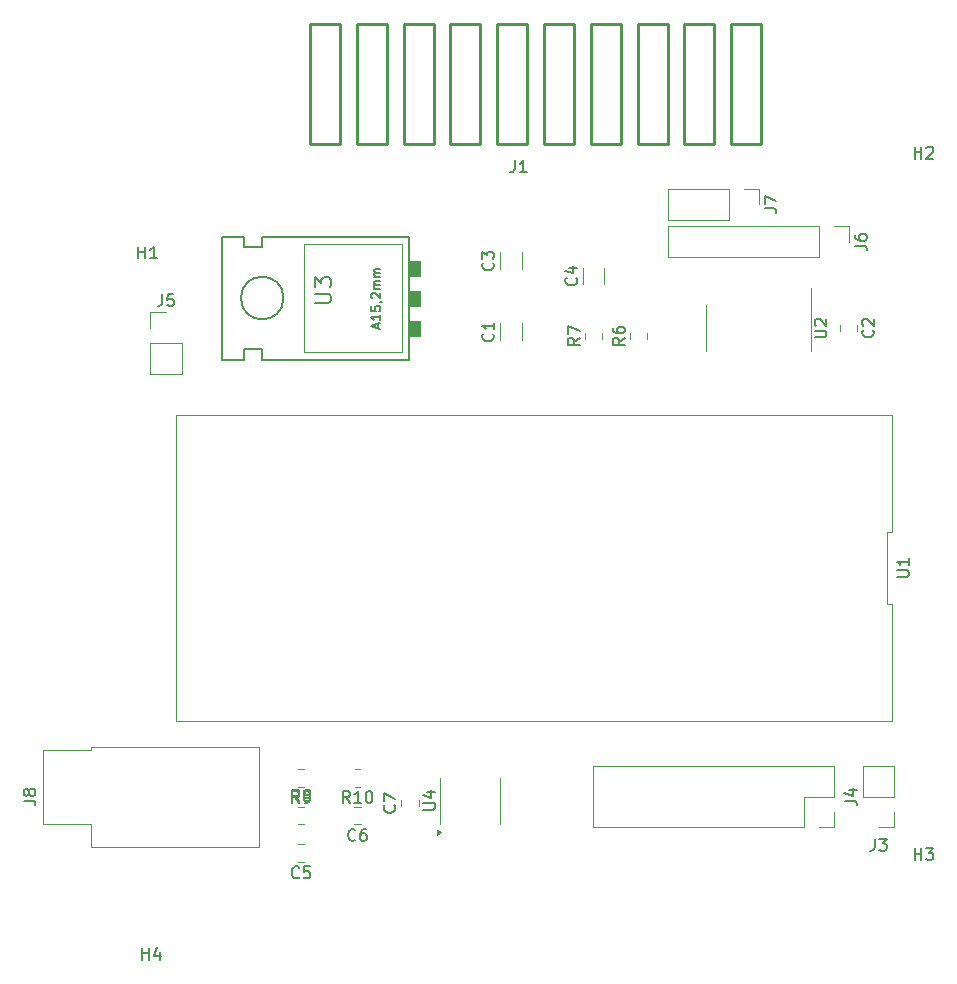
<source format=gbr>
%TF.GenerationSoftware,KiCad,Pcbnew,8.0.2*%
%TF.CreationDate,2024-08-26T06:59:03-04:00*%
%TF.ProjectId,TRS-80-M3-VID2,5452532d-3830-42d4-9d33-2d564944322e,rev?*%
%TF.SameCoordinates,Original*%
%TF.FileFunction,Legend,Top*%
%TF.FilePolarity,Positive*%
%FSLAX46Y46*%
G04 Gerber Fmt 4.6, Leading zero omitted, Abs format (unit mm)*
G04 Created by KiCad (PCBNEW 8.0.2) date 2024-08-26 06:59:03*
%MOMM*%
%LPD*%
G01*
G04 APERTURE LIST*
%ADD10C,0.150000*%
%ADD11C,0.120000*%
%ADD12C,0.254000*%
%ADD13C,0.152400*%
%ADD14C,0.050800*%
%ADD15C,0.010000*%
G04 APERTURE END LIST*
D10*
X129264580Y-54484166D02*
X129312200Y-54531785D01*
X129312200Y-54531785D02*
X129359819Y-54674642D01*
X129359819Y-54674642D02*
X129359819Y-54769880D01*
X129359819Y-54769880D02*
X129312200Y-54912737D01*
X129312200Y-54912737D02*
X129216961Y-55007975D01*
X129216961Y-55007975D02*
X129121723Y-55055594D01*
X129121723Y-55055594D02*
X128931247Y-55103213D01*
X128931247Y-55103213D02*
X128788390Y-55103213D01*
X128788390Y-55103213D02*
X128597914Y-55055594D01*
X128597914Y-55055594D02*
X128502676Y-55007975D01*
X128502676Y-55007975D02*
X128407438Y-54912737D01*
X128407438Y-54912737D02*
X128359819Y-54769880D01*
X128359819Y-54769880D02*
X128359819Y-54674642D01*
X128359819Y-54674642D02*
X128407438Y-54531785D01*
X128407438Y-54531785D02*
X128455057Y-54484166D01*
X128359819Y-54150832D02*
X128359819Y-53531785D01*
X128359819Y-53531785D02*
X128740771Y-53865118D01*
X128740771Y-53865118D02*
X128740771Y-53722261D01*
X128740771Y-53722261D02*
X128788390Y-53627023D01*
X128788390Y-53627023D02*
X128836009Y-53579404D01*
X128836009Y-53579404D02*
X128931247Y-53531785D01*
X128931247Y-53531785D02*
X129169342Y-53531785D01*
X129169342Y-53531785D02*
X129264580Y-53579404D01*
X129264580Y-53579404D02*
X129312200Y-53627023D01*
X129312200Y-53627023D02*
X129359819Y-53722261D01*
X129359819Y-53722261D02*
X129359819Y-54007975D01*
X129359819Y-54007975D02*
X129312200Y-54103213D01*
X129312200Y-54103213D02*
X129264580Y-54150832D01*
X112863333Y-100087319D02*
X112530000Y-99611128D01*
X112291905Y-100087319D02*
X112291905Y-99087319D01*
X112291905Y-99087319D02*
X112672857Y-99087319D01*
X112672857Y-99087319D02*
X112768095Y-99134938D01*
X112768095Y-99134938D02*
X112815714Y-99182557D01*
X112815714Y-99182557D02*
X112863333Y-99277795D01*
X112863333Y-99277795D02*
X112863333Y-99420652D01*
X112863333Y-99420652D02*
X112815714Y-99515890D01*
X112815714Y-99515890D02*
X112768095Y-99563509D01*
X112768095Y-99563509D02*
X112672857Y-99611128D01*
X112672857Y-99611128D02*
X112291905Y-99611128D01*
X113434762Y-99515890D02*
X113339524Y-99468271D01*
X113339524Y-99468271D02*
X113291905Y-99420652D01*
X113291905Y-99420652D02*
X113244286Y-99325414D01*
X113244286Y-99325414D02*
X113244286Y-99277795D01*
X113244286Y-99277795D02*
X113291905Y-99182557D01*
X113291905Y-99182557D02*
X113339524Y-99134938D01*
X113339524Y-99134938D02*
X113434762Y-99087319D01*
X113434762Y-99087319D02*
X113625238Y-99087319D01*
X113625238Y-99087319D02*
X113720476Y-99134938D01*
X113720476Y-99134938D02*
X113768095Y-99182557D01*
X113768095Y-99182557D02*
X113815714Y-99277795D01*
X113815714Y-99277795D02*
X113815714Y-99325414D01*
X113815714Y-99325414D02*
X113768095Y-99420652D01*
X113768095Y-99420652D02*
X113720476Y-99468271D01*
X113720476Y-99468271D02*
X113625238Y-99515890D01*
X113625238Y-99515890D02*
X113434762Y-99515890D01*
X113434762Y-99515890D02*
X113339524Y-99563509D01*
X113339524Y-99563509D02*
X113291905Y-99611128D01*
X113291905Y-99611128D02*
X113244286Y-99706366D01*
X113244286Y-99706366D02*
X113244286Y-99896842D01*
X113244286Y-99896842D02*
X113291905Y-99992080D01*
X113291905Y-99992080D02*
X113339524Y-100039700D01*
X113339524Y-100039700D02*
X113434762Y-100087319D01*
X113434762Y-100087319D02*
X113625238Y-100087319D01*
X113625238Y-100087319D02*
X113720476Y-100039700D01*
X113720476Y-100039700D02*
X113768095Y-99992080D01*
X113768095Y-99992080D02*
X113815714Y-99896842D01*
X113815714Y-99896842D02*
X113815714Y-99706366D01*
X113815714Y-99706366D02*
X113768095Y-99611128D01*
X113768095Y-99611128D02*
X113720476Y-99563509D01*
X113720476Y-99563509D02*
X113625238Y-99515890D01*
X156499819Y-60801904D02*
X157309342Y-60801904D01*
X157309342Y-60801904D02*
X157404580Y-60754285D01*
X157404580Y-60754285D02*
X157452200Y-60706666D01*
X157452200Y-60706666D02*
X157499819Y-60611428D01*
X157499819Y-60611428D02*
X157499819Y-60420952D01*
X157499819Y-60420952D02*
X157452200Y-60325714D01*
X157452200Y-60325714D02*
X157404580Y-60278095D01*
X157404580Y-60278095D02*
X157309342Y-60230476D01*
X157309342Y-60230476D02*
X156499819Y-60230476D01*
X156595057Y-59801904D02*
X156547438Y-59754285D01*
X156547438Y-59754285D02*
X156499819Y-59659047D01*
X156499819Y-59659047D02*
X156499819Y-59420952D01*
X156499819Y-59420952D02*
X156547438Y-59325714D01*
X156547438Y-59325714D02*
X156595057Y-59278095D01*
X156595057Y-59278095D02*
X156690295Y-59230476D01*
X156690295Y-59230476D02*
X156785533Y-59230476D01*
X156785533Y-59230476D02*
X156928390Y-59278095D01*
X156928390Y-59278095D02*
X157499819Y-59849523D01*
X157499819Y-59849523D02*
X157499819Y-59230476D01*
X136304580Y-55761666D02*
X136352200Y-55809285D01*
X136352200Y-55809285D02*
X136399819Y-55952142D01*
X136399819Y-55952142D02*
X136399819Y-56047380D01*
X136399819Y-56047380D02*
X136352200Y-56190237D01*
X136352200Y-56190237D02*
X136256961Y-56285475D01*
X136256961Y-56285475D02*
X136161723Y-56333094D01*
X136161723Y-56333094D02*
X135971247Y-56380713D01*
X135971247Y-56380713D02*
X135828390Y-56380713D01*
X135828390Y-56380713D02*
X135637914Y-56333094D01*
X135637914Y-56333094D02*
X135542676Y-56285475D01*
X135542676Y-56285475D02*
X135447438Y-56190237D01*
X135447438Y-56190237D02*
X135399819Y-56047380D01*
X135399819Y-56047380D02*
X135399819Y-55952142D01*
X135399819Y-55952142D02*
X135447438Y-55809285D01*
X135447438Y-55809285D02*
X135495057Y-55761666D01*
X135733152Y-54904523D02*
X136399819Y-54904523D01*
X135352200Y-55142618D02*
X136066485Y-55380713D01*
X136066485Y-55380713D02*
X136066485Y-54761666D01*
X112863333Y-100212319D02*
X112530000Y-99736128D01*
X112291905Y-100212319D02*
X112291905Y-99212319D01*
X112291905Y-99212319D02*
X112672857Y-99212319D01*
X112672857Y-99212319D02*
X112768095Y-99259938D01*
X112768095Y-99259938D02*
X112815714Y-99307557D01*
X112815714Y-99307557D02*
X112863333Y-99402795D01*
X112863333Y-99402795D02*
X112863333Y-99545652D01*
X112863333Y-99545652D02*
X112815714Y-99640890D01*
X112815714Y-99640890D02*
X112768095Y-99688509D01*
X112768095Y-99688509D02*
X112672857Y-99736128D01*
X112672857Y-99736128D02*
X112291905Y-99736128D01*
X113339524Y-100212319D02*
X113530000Y-100212319D01*
X113530000Y-100212319D02*
X113625238Y-100164700D01*
X113625238Y-100164700D02*
X113672857Y-100117080D01*
X113672857Y-100117080D02*
X113768095Y-99974223D01*
X113768095Y-99974223D02*
X113815714Y-99783747D01*
X113815714Y-99783747D02*
X113815714Y-99402795D01*
X113815714Y-99402795D02*
X113768095Y-99307557D01*
X113768095Y-99307557D02*
X113720476Y-99259938D01*
X113720476Y-99259938D02*
X113625238Y-99212319D01*
X113625238Y-99212319D02*
X113434762Y-99212319D01*
X113434762Y-99212319D02*
X113339524Y-99259938D01*
X113339524Y-99259938D02*
X113291905Y-99307557D01*
X113291905Y-99307557D02*
X113244286Y-99402795D01*
X113244286Y-99402795D02*
X113244286Y-99640890D01*
X113244286Y-99640890D02*
X113291905Y-99736128D01*
X113291905Y-99736128D02*
X113339524Y-99783747D01*
X113339524Y-99783747D02*
X113434762Y-99831366D01*
X113434762Y-99831366D02*
X113625238Y-99831366D01*
X113625238Y-99831366D02*
X113720476Y-99783747D01*
X113720476Y-99783747D02*
X113768095Y-99736128D01*
X113768095Y-99736128D02*
X113815714Y-99640890D01*
X164973095Y-105039819D02*
X164973095Y-104039819D01*
X164973095Y-104516009D02*
X165544523Y-104516009D01*
X165544523Y-105039819D02*
X165544523Y-104039819D01*
X165925476Y-104039819D02*
X166544523Y-104039819D01*
X166544523Y-104039819D02*
X166211190Y-104420771D01*
X166211190Y-104420771D02*
X166354047Y-104420771D01*
X166354047Y-104420771D02*
X166449285Y-104468390D01*
X166449285Y-104468390D02*
X166496904Y-104516009D01*
X166496904Y-104516009D02*
X166544523Y-104611247D01*
X166544523Y-104611247D02*
X166544523Y-104849342D01*
X166544523Y-104849342D02*
X166496904Y-104944580D01*
X166496904Y-104944580D02*
X166449285Y-104992200D01*
X166449285Y-104992200D02*
X166354047Y-105039819D01*
X166354047Y-105039819D02*
X166068333Y-105039819D01*
X166068333Y-105039819D02*
X165973095Y-104992200D01*
X165973095Y-104992200D02*
X165925476Y-104944580D01*
X161424580Y-60174166D02*
X161472200Y-60221785D01*
X161472200Y-60221785D02*
X161519819Y-60364642D01*
X161519819Y-60364642D02*
X161519819Y-60459880D01*
X161519819Y-60459880D02*
X161472200Y-60602737D01*
X161472200Y-60602737D02*
X161376961Y-60697975D01*
X161376961Y-60697975D02*
X161281723Y-60745594D01*
X161281723Y-60745594D02*
X161091247Y-60793213D01*
X161091247Y-60793213D02*
X160948390Y-60793213D01*
X160948390Y-60793213D02*
X160757914Y-60745594D01*
X160757914Y-60745594D02*
X160662676Y-60697975D01*
X160662676Y-60697975D02*
X160567438Y-60602737D01*
X160567438Y-60602737D02*
X160519819Y-60459880D01*
X160519819Y-60459880D02*
X160519819Y-60364642D01*
X160519819Y-60364642D02*
X160567438Y-60221785D01*
X160567438Y-60221785D02*
X160615057Y-60174166D01*
X160615057Y-59793213D02*
X160567438Y-59745594D01*
X160567438Y-59745594D02*
X160519819Y-59650356D01*
X160519819Y-59650356D02*
X160519819Y-59412261D01*
X160519819Y-59412261D02*
X160567438Y-59317023D01*
X160567438Y-59317023D02*
X160615057Y-59269404D01*
X160615057Y-59269404D02*
X160710295Y-59221785D01*
X160710295Y-59221785D02*
X160805533Y-59221785D01*
X160805533Y-59221785D02*
X160948390Y-59269404D01*
X160948390Y-59269404D02*
X161519819Y-59840832D01*
X161519819Y-59840832D02*
X161519819Y-59221785D01*
X112863333Y-106497080D02*
X112815714Y-106544700D01*
X112815714Y-106544700D02*
X112672857Y-106592319D01*
X112672857Y-106592319D02*
X112577619Y-106592319D01*
X112577619Y-106592319D02*
X112434762Y-106544700D01*
X112434762Y-106544700D02*
X112339524Y-106449461D01*
X112339524Y-106449461D02*
X112291905Y-106354223D01*
X112291905Y-106354223D02*
X112244286Y-106163747D01*
X112244286Y-106163747D02*
X112244286Y-106020890D01*
X112244286Y-106020890D02*
X112291905Y-105830414D01*
X112291905Y-105830414D02*
X112339524Y-105735176D01*
X112339524Y-105735176D02*
X112434762Y-105639938D01*
X112434762Y-105639938D02*
X112577619Y-105592319D01*
X112577619Y-105592319D02*
X112672857Y-105592319D01*
X112672857Y-105592319D02*
X112815714Y-105639938D01*
X112815714Y-105639938D02*
X112863333Y-105687557D01*
X113768095Y-105592319D02*
X113291905Y-105592319D01*
X113291905Y-105592319D02*
X113244286Y-106068509D01*
X113244286Y-106068509D02*
X113291905Y-106020890D01*
X113291905Y-106020890D02*
X113387143Y-105973271D01*
X113387143Y-105973271D02*
X113625238Y-105973271D01*
X113625238Y-105973271D02*
X113720476Y-106020890D01*
X113720476Y-106020890D02*
X113768095Y-106068509D01*
X113768095Y-106068509D02*
X113815714Y-106163747D01*
X113815714Y-106163747D02*
X113815714Y-106401842D01*
X113815714Y-106401842D02*
X113768095Y-106497080D01*
X113768095Y-106497080D02*
X113720476Y-106544700D01*
X113720476Y-106544700D02*
X113625238Y-106592319D01*
X113625238Y-106592319D02*
X113387143Y-106592319D01*
X113387143Y-106592319D02*
X113291905Y-106544700D01*
X113291905Y-106544700D02*
X113244286Y-106497080D01*
X136599819Y-60841666D02*
X136123628Y-61174999D01*
X136599819Y-61413094D02*
X135599819Y-61413094D01*
X135599819Y-61413094D02*
X135599819Y-61032142D01*
X135599819Y-61032142D02*
X135647438Y-60936904D01*
X135647438Y-60936904D02*
X135695057Y-60889285D01*
X135695057Y-60889285D02*
X135790295Y-60841666D01*
X135790295Y-60841666D02*
X135933152Y-60841666D01*
X135933152Y-60841666D02*
X136028390Y-60889285D01*
X136028390Y-60889285D02*
X136076009Y-60936904D01*
X136076009Y-60936904D02*
X136123628Y-61032142D01*
X136123628Y-61032142D02*
X136123628Y-61413094D01*
X135599819Y-60508332D02*
X135599819Y-59841666D01*
X135599819Y-59841666D02*
X136599819Y-60270237D01*
X89534819Y-100028333D02*
X90249104Y-100028333D01*
X90249104Y-100028333D02*
X90391961Y-100075952D01*
X90391961Y-100075952D02*
X90487200Y-100171190D01*
X90487200Y-100171190D02*
X90534819Y-100314047D01*
X90534819Y-100314047D02*
X90534819Y-100409285D01*
X89963390Y-99409285D02*
X89915771Y-99504523D01*
X89915771Y-99504523D02*
X89868152Y-99552142D01*
X89868152Y-99552142D02*
X89772914Y-99599761D01*
X89772914Y-99599761D02*
X89725295Y-99599761D01*
X89725295Y-99599761D02*
X89630057Y-99552142D01*
X89630057Y-99552142D02*
X89582438Y-99504523D01*
X89582438Y-99504523D02*
X89534819Y-99409285D01*
X89534819Y-99409285D02*
X89534819Y-99218809D01*
X89534819Y-99218809D02*
X89582438Y-99123571D01*
X89582438Y-99123571D02*
X89630057Y-99075952D01*
X89630057Y-99075952D02*
X89725295Y-99028333D01*
X89725295Y-99028333D02*
X89772914Y-99028333D01*
X89772914Y-99028333D02*
X89868152Y-99075952D01*
X89868152Y-99075952D02*
X89915771Y-99123571D01*
X89915771Y-99123571D02*
X89963390Y-99218809D01*
X89963390Y-99218809D02*
X89963390Y-99409285D01*
X89963390Y-99409285D02*
X90011009Y-99504523D01*
X90011009Y-99504523D02*
X90058628Y-99552142D01*
X90058628Y-99552142D02*
X90153866Y-99599761D01*
X90153866Y-99599761D02*
X90344342Y-99599761D01*
X90344342Y-99599761D02*
X90439580Y-99552142D01*
X90439580Y-99552142D02*
X90487200Y-99504523D01*
X90487200Y-99504523D02*
X90534819Y-99409285D01*
X90534819Y-99409285D02*
X90534819Y-99218809D01*
X90534819Y-99218809D02*
X90487200Y-99123571D01*
X90487200Y-99123571D02*
X90439580Y-99075952D01*
X90439580Y-99075952D02*
X90344342Y-99028333D01*
X90344342Y-99028333D02*
X90153866Y-99028333D01*
X90153866Y-99028333D02*
X90058628Y-99075952D01*
X90058628Y-99075952D02*
X90011009Y-99123571D01*
X90011009Y-99123571D02*
X89963390Y-99218809D01*
X117149642Y-100212319D02*
X116816309Y-99736128D01*
X116578214Y-100212319D02*
X116578214Y-99212319D01*
X116578214Y-99212319D02*
X116959166Y-99212319D01*
X116959166Y-99212319D02*
X117054404Y-99259938D01*
X117054404Y-99259938D02*
X117102023Y-99307557D01*
X117102023Y-99307557D02*
X117149642Y-99402795D01*
X117149642Y-99402795D02*
X117149642Y-99545652D01*
X117149642Y-99545652D02*
X117102023Y-99640890D01*
X117102023Y-99640890D02*
X117054404Y-99688509D01*
X117054404Y-99688509D02*
X116959166Y-99736128D01*
X116959166Y-99736128D02*
X116578214Y-99736128D01*
X118102023Y-100212319D02*
X117530595Y-100212319D01*
X117816309Y-100212319D02*
X117816309Y-99212319D01*
X117816309Y-99212319D02*
X117721071Y-99355176D01*
X117721071Y-99355176D02*
X117625833Y-99450414D01*
X117625833Y-99450414D02*
X117530595Y-99498033D01*
X118721071Y-99212319D02*
X118816309Y-99212319D01*
X118816309Y-99212319D02*
X118911547Y-99259938D01*
X118911547Y-99259938D02*
X118959166Y-99307557D01*
X118959166Y-99307557D02*
X119006785Y-99402795D01*
X119006785Y-99402795D02*
X119054404Y-99593271D01*
X119054404Y-99593271D02*
X119054404Y-99831366D01*
X119054404Y-99831366D02*
X119006785Y-100021842D01*
X119006785Y-100021842D02*
X118959166Y-100117080D01*
X118959166Y-100117080D02*
X118911547Y-100164700D01*
X118911547Y-100164700D02*
X118816309Y-100212319D01*
X118816309Y-100212319D02*
X118721071Y-100212319D01*
X118721071Y-100212319D02*
X118625833Y-100164700D01*
X118625833Y-100164700D02*
X118578214Y-100117080D01*
X118578214Y-100117080D02*
X118530595Y-100021842D01*
X118530595Y-100021842D02*
X118482976Y-99831366D01*
X118482976Y-99831366D02*
X118482976Y-99593271D01*
X118482976Y-99593271D02*
X118530595Y-99402795D01*
X118530595Y-99402795D02*
X118578214Y-99307557D01*
X118578214Y-99307557D02*
X118625833Y-99259938D01*
X118625833Y-99259938D02*
X118721071Y-99212319D01*
X131111666Y-45809819D02*
X131111666Y-46524104D01*
X131111666Y-46524104D02*
X131064047Y-46666961D01*
X131064047Y-46666961D02*
X130968809Y-46762200D01*
X130968809Y-46762200D02*
X130825952Y-46809819D01*
X130825952Y-46809819D02*
X130730714Y-46809819D01*
X132111666Y-46809819D02*
X131540238Y-46809819D01*
X131825952Y-46809819D02*
X131825952Y-45809819D01*
X131825952Y-45809819D02*
X131730714Y-45952676D01*
X131730714Y-45952676D02*
X131635476Y-46047914D01*
X131635476Y-46047914D02*
X131540238Y-46095533D01*
X123372319Y-100774404D02*
X124181842Y-100774404D01*
X124181842Y-100774404D02*
X124277080Y-100726785D01*
X124277080Y-100726785D02*
X124324700Y-100679166D01*
X124324700Y-100679166D02*
X124372319Y-100583928D01*
X124372319Y-100583928D02*
X124372319Y-100393452D01*
X124372319Y-100393452D02*
X124324700Y-100298214D01*
X124324700Y-100298214D02*
X124277080Y-100250595D01*
X124277080Y-100250595D02*
X124181842Y-100202976D01*
X124181842Y-100202976D02*
X123372319Y-100202976D01*
X123705652Y-99298214D02*
X124372319Y-99298214D01*
X123324700Y-99536309D02*
X124038985Y-99774404D01*
X124038985Y-99774404D02*
X124038985Y-99155357D01*
X161591666Y-103257329D02*
X161591666Y-103971614D01*
X161591666Y-103971614D02*
X161544047Y-104114471D01*
X161544047Y-104114471D02*
X161448809Y-104209710D01*
X161448809Y-104209710D02*
X161305952Y-104257329D01*
X161305952Y-104257329D02*
X161210714Y-104257329D01*
X161972619Y-103257329D02*
X162591666Y-103257329D01*
X162591666Y-103257329D02*
X162258333Y-103638281D01*
X162258333Y-103638281D02*
X162401190Y-103638281D01*
X162401190Y-103638281D02*
X162496428Y-103685900D01*
X162496428Y-103685900D02*
X162544047Y-103733519D01*
X162544047Y-103733519D02*
X162591666Y-103828757D01*
X162591666Y-103828757D02*
X162591666Y-104066852D01*
X162591666Y-104066852D02*
X162544047Y-104162090D01*
X162544047Y-104162090D02*
X162496428Y-104209710D01*
X162496428Y-104209710D02*
X162401190Y-104257329D01*
X162401190Y-104257329D02*
X162115476Y-104257329D01*
X162115476Y-104257329D02*
X162020238Y-104209710D01*
X162020238Y-104209710D02*
X161972619Y-104162090D01*
X159054819Y-100028343D02*
X159769104Y-100028343D01*
X159769104Y-100028343D02*
X159911961Y-100075962D01*
X159911961Y-100075962D02*
X160007200Y-100171200D01*
X160007200Y-100171200D02*
X160054819Y-100314057D01*
X160054819Y-100314057D02*
X160054819Y-100409295D01*
X159388152Y-99123581D02*
X160054819Y-99123581D01*
X159007200Y-99361676D02*
X159721485Y-99599771D01*
X159721485Y-99599771D02*
X159721485Y-98980724D01*
X117625833Y-103322080D02*
X117578214Y-103369700D01*
X117578214Y-103369700D02*
X117435357Y-103417319D01*
X117435357Y-103417319D02*
X117340119Y-103417319D01*
X117340119Y-103417319D02*
X117197262Y-103369700D01*
X117197262Y-103369700D02*
X117102024Y-103274461D01*
X117102024Y-103274461D02*
X117054405Y-103179223D01*
X117054405Y-103179223D02*
X117006786Y-102988747D01*
X117006786Y-102988747D02*
X117006786Y-102845890D01*
X117006786Y-102845890D02*
X117054405Y-102655414D01*
X117054405Y-102655414D02*
X117102024Y-102560176D01*
X117102024Y-102560176D02*
X117197262Y-102464938D01*
X117197262Y-102464938D02*
X117340119Y-102417319D01*
X117340119Y-102417319D02*
X117435357Y-102417319D01*
X117435357Y-102417319D02*
X117578214Y-102464938D01*
X117578214Y-102464938D02*
X117625833Y-102512557D01*
X118482976Y-102417319D02*
X118292500Y-102417319D01*
X118292500Y-102417319D02*
X118197262Y-102464938D01*
X118197262Y-102464938D02*
X118149643Y-102512557D01*
X118149643Y-102512557D02*
X118054405Y-102655414D01*
X118054405Y-102655414D02*
X118006786Y-102845890D01*
X118006786Y-102845890D02*
X118006786Y-103226842D01*
X118006786Y-103226842D02*
X118054405Y-103322080D01*
X118054405Y-103322080D02*
X118102024Y-103369700D01*
X118102024Y-103369700D02*
X118197262Y-103417319D01*
X118197262Y-103417319D02*
X118387738Y-103417319D01*
X118387738Y-103417319D02*
X118482976Y-103369700D01*
X118482976Y-103369700D02*
X118530595Y-103322080D01*
X118530595Y-103322080D02*
X118578214Y-103226842D01*
X118578214Y-103226842D02*
X118578214Y-102988747D01*
X118578214Y-102988747D02*
X118530595Y-102893509D01*
X118530595Y-102893509D02*
X118482976Y-102845890D01*
X118482976Y-102845890D02*
X118387738Y-102798271D01*
X118387738Y-102798271D02*
X118197262Y-102798271D01*
X118197262Y-102798271D02*
X118102024Y-102845890D01*
X118102024Y-102845890D02*
X118054405Y-102893509D01*
X118054405Y-102893509D02*
X118006786Y-102988747D01*
X99250595Y-54112319D02*
X99250595Y-53112319D01*
X99250595Y-53588509D02*
X99822023Y-53588509D01*
X99822023Y-54112319D02*
X99822023Y-53112319D01*
X100822023Y-54112319D02*
X100250595Y-54112319D01*
X100536309Y-54112319D02*
X100536309Y-53112319D01*
X100536309Y-53112319D02*
X100441071Y-53255176D01*
X100441071Y-53255176D02*
X100345833Y-53350414D01*
X100345833Y-53350414D02*
X100250595Y-53398033D01*
X129264580Y-60491666D02*
X129312200Y-60539285D01*
X129312200Y-60539285D02*
X129359819Y-60682142D01*
X129359819Y-60682142D02*
X129359819Y-60777380D01*
X129359819Y-60777380D02*
X129312200Y-60920237D01*
X129312200Y-60920237D02*
X129216961Y-61015475D01*
X129216961Y-61015475D02*
X129121723Y-61063094D01*
X129121723Y-61063094D02*
X128931247Y-61110713D01*
X128931247Y-61110713D02*
X128788390Y-61110713D01*
X128788390Y-61110713D02*
X128597914Y-61063094D01*
X128597914Y-61063094D02*
X128502676Y-61015475D01*
X128502676Y-61015475D02*
X128407438Y-60920237D01*
X128407438Y-60920237D02*
X128359819Y-60777380D01*
X128359819Y-60777380D02*
X128359819Y-60682142D01*
X128359819Y-60682142D02*
X128407438Y-60539285D01*
X128407438Y-60539285D02*
X128455057Y-60491666D01*
X129359819Y-59539285D02*
X129359819Y-60110713D01*
X129359819Y-59824999D02*
X128359819Y-59824999D01*
X128359819Y-59824999D02*
X128502676Y-59920237D01*
X128502676Y-59920237D02*
X128597914Y-60015475D01*
X128597914Y-60015475D02*
X128645533Y-60110713D01*
X152264819Y-49863333D02*
X152979104Y-49863333D01*
X152979104Y-49863333D02*
X153121961Y-49910952D01*
X153121961Y-49910952D02*
X153217200Y-50006190D01*
X153217200Y-50006190D02*
X153264819Y-50149047D01*
X153264819Y-50149047D02*
X153264819Y-50244285D01*
X152264819Y-49482380D02*
X152264819Y-48815714D01*
X152264819Y-48815714D02*
X153264819Y-49244285D01*
X140409819Y-60841666D02*
X139933628Y-61174999D01*
X140409819Y-61413094D02*
X139409819Y-61413094D01*
X139409819Y-61413094D02*
X139409819Y-61032142D01*
X139409819Y-61032142D02*
X139457438Y-60936904D01*
X139457438Y-60936904D02*
X139505057Y-60889285D01*
X139505057Y-60889285D02*
X139600295Y-60841666D01*
X139600295Y-60841666D02*
X139743152Y-60841666D01*
X139743152Y-60841666D02*
X139838390Y-60889285D01*
X139838390Y-60889285D02*
X139886009Y-60936904D01*
X139886009Y-60936904D02*
X139933628Y-61032142D01*
X139933628Y-61032142D02*
X139933628Y-61413094D01*
X139409819Y-59984523D02*
X139409819Y-60174999D01*
X139409819Y-60174999D02*
X139457438Y-60270237D01*
X139457438Y-60270237D02*
X139505057Y-60317856D01*
X139505057Y-60317856D02*
X139647914Y-60413094D01*
X139647914Y-60413094D02*
X139838390Y-60460713D01*
X139838390Y-60460713D02*
X140219342Y-60460713D01*
X140219342Y-60460713D02*
X140314580Y-60413094D01*
X140314580Y-60413094D02*
X140362200Y-60365475D01*
X140362200Y-60365475D02*
X140409819Y-60270237D01*
X140409819Y-60270237D02*
X140409819Y-60079761D01*
X140409819Y-60079761D02*
X140362200Y-59984523D01*
X140362200Y-59984523D02*
X140314580Y-59936904D01*
X140314580Y-59936904D02*
X140219342Y-59889285D01*
X140219342Y-59889285D02*
X139981247Y-59889285D01*
X139981247Y-59889285D02*
X139886009Y-59936904D01*
X139886009Y-59936904D02*
X139838390Y-59984523D01*
X139838390Y-59984523D02*
X139790771Y-60079761D01*
X139790771Y-60079761D02*
X139790771Y-60270237D01*
X139790771Y-60270237D02*
X139838390Y-60365475D01*
X139838390Y-60365475D02*
X139886009Y-60413094D01*
X139886009Y-60413094D02*
X139981247Y-60460713D01*
X164973095Y-45667319D02*
X164973095Y-44667319D01*
X164973095Y-45143509D02*
X165544523Y-45143509D01*
X165544523Y-45667319D02*
X165544523Y-44667319D01*
X165973095Y-44762557D02*
X166020714Y-44714938D01*
X166020714Y-44714938D02*
X166115952Y-44667319D01*
X166115952Y-44667319D02*
X166354047Y-44667319D01*
X166354047Y-44667319D02*
X166449285Y-44714938D01*
X166449285Y-44714938D02*
X166496904Y-44762557D01*
X166496904Y-44762557D02*
X166544523Y-44857795D01*
X166544523Y-44857795D02*
X166544523Y-44953033D01*
X166544523Y-44953033D02*
X166496904Y-45095890D01*
X166496904Y-45095890D02*
X165925476Y-45667319D01*
X165925476Y-45667319D02*
X166544523Y-45667319D01*
X114174866Y-57899166D02*
X115308200Y-57899166D01*
X115308200Y-57899166D02*
X115441533Y-57832500D01*
X115441533Y-57832500D02*
X115508200Y-57765833D01*
X115508200Y-57765833D02*
X115574866Y-57632500D01*
X115574866Y-57632500D02*
X115574866Y-57365833D01*
X115574866Y-57365833D02*
X115508200Y-57232500D01*
X115508200Y-57232500D02*
X115441533Y-57165833D01*
X115441533Y-57165833D02*
X115308200Y-57099166D01*
X115308200Y-57099166D02*
X114174866Y-57099166D01*
X114174866Y-56565833D02*
X114174866Y-55699166D01*
X114174866Y-55699166D02*
X114708200Y-56165833D01*
X114708200Y-56165833D02*
X114708200Y-55965833D01*
X114708200Y-55965833D02*
X114774866Y-55832499D01*
X114774866Y-55832499D02*
X114841533Y-55765833D01*
X114841533Y-55765833D02*
X114974866Y-55699166D01*
X114974866Y-55699166D02*
X115308200Y-55699166D01*
X115308200Y-55699166D02*
X115441533Y-55765833D01*
X115441533Y-55765833D02*
X115508200Y-55832499D01*
X115508200Y-55832499D02*
X115574866Y-55965833D01*
X115574866Y-55965833D02*
X115574866Y-56365833D01*
X115574866Y-56365833D02*
X115508200Y-56499166D01*
X115508200Y-56499166D02*
X115441533Y-56565833D01*
X119510185Y-59993213D02*
X119510185Y-59621785D01*
X119733042Y-60067499D02*
X118953042Y-59807499D01*
X118953042Y-59807499D02*
X119733042Y-59547499D01*
X119733042Y-58878928D02*
X119733042Y-59324642D01*
X119733042Y-59101785D02*
X118953042Y-59101785D01*
X118953042Y-59101785D02*
X119064471Y-59176071D01*
X119064471Y-59176071D02*
X119138757Y-59250356D01*
X119138757Y-59250356D02*
X119175900Y-59324642D01*
X118953042Y-58173214D02*
X118953042Y-58544642D01*
X118953042Y-58544642D02*
X119324471Y-58581785D01*
X119324471Y-58581785D02*
X119287328Y-58544642D01*
X119287328Y-58544642D02*
X119250185Y-58470357D01*
X119250185Y-58470357D02*
X119250185Y-58284642D01*
X119250185Y-58284642D02*
X119287328Y-58210357D01*
X119287328Y-58210357D02*
X119324471Y-58173214D01*
X119324471Y-58173214D02*
X119398757Y-58136071D01*
X119398757Y-58136071D02*
X119584471Y-58136071D01*
X119584471Y-58136071D02*
X119658757Y-58173214D01*
X119658757Y-58173214D02*
X119695900Y-58210357D01*
X119695900Y-58210357D02*
X119733042Y-58284642D01*
X119733042Y-58284642D02*
X119733042Y-58470357D01*
X119733042Y-58470357D02*
X119695900Y-58544642D01*
X119695900Y-58544642D02*
X119658757Y-58581785D01*
X119695900Y-57764642D02*
X119733042Y-57764642D01*
X119733042Y-57764642D02*
X119807328Y-57801785D01*
X119807328Y-57801785D02*
X119844471Y-57838928D01*
X119027328Y-57467499D02*
X118990185Y-57430356D01*
X118990185Y-57430356D02*
X118953042Y-57356071D01*
X118953042Y-57356071D02*
X118953042Y-57170356D01*
X118953042Y-57170356D02*
X118990185Y-57096071D01*
X118990185Y-57096071D02*
X119027328Y-57058928D01*
X119027328Y-57058928D02*
X119101614Y-57021785D01*
X119101614Y-57021785D02*
X119175900Y-57021785D01*
X119175900Y-57021785D02*
X119287328Y-57058928D01*
X119287328Y-57058928D02*
X119733042Y-57504642D01*
X119733042Y-57504642D02*
X119733042Y-57021785D01*
X119733042Y-56687499D02*
X119213042Y-56687499D01*
X119287328Y-56687499D02*
X119250185Y-56650356D01*
X119250185Y-56650356D02*
X119213042Y-56576071D01*
X119213042Y-56576071D02*
X119213042Y-56464642D01*
X119213042Y-56464642D02*
X119250185Y-56390356D01*
X119250185Y-56390356D02*
X119324471Y-56353214D01*
X119324471Y-56353214D02*
X119733042Y-56353214D01*
X119324471Y-56353214D02*
X119250185Y-56316071D01*
X119250185Y-56316071D02*
X119213042Y-56241785D01*
X119213042Y-56241785D02*
X119213042Y-56130356D01*
X119213042Y-56130356D02*
X119250185Y-56056071D01*
X119250185Y-56056071D02*
X119324471Y-56018928D01*
X119324471Y-56018928D02*
X119733042Y-56018928D01*
X119733042Y-55647499D02*
X119213042Y-55647499D01*
X119287328Y-55647499D02*
X119250185Y-55610356D01*
X119250185Y-55610356D02*
X119213042Y-55536071D01*
X119213042Y-55536071D02*
X119213042Y-55424642D01*
X119213042Y-55424642D02*
X119250185Y-55350356D01*
X119250185Y-55350356D02*
X119324471Y-55313214D01*
X119324471Y-55313214D02*
X119733042Y-55313214D01*
X119324471Y-55313214D02*
X119250185Y-55276071D01*
X119250185Y-55276071D02*
X119213042Y-55201785D01*
X119213042Y-55201785D02*
X119213042Y-55090356D01*
X119213042Y-55090356D02*
X119250185Y-55016071D01*
X119250185Y-55016071D02*
X119324471Y-54978928D01*
X119324471Y-54978928D02*
X119733042Y-54978928D01*
X99568095Y-113484819D02*
X99568095Y-112484819D01*
X99568095Y-112961009D02*
X100139523Y-112961009D01*
X100139523Y-113484819D02*
X100139523Y-112484819D01*
X101044285Y-112818152D02*
X101044285Y-113484819D01*
X100806190Y-112437200D02*
X100568095Y-113151485D01*
X100568095Y-113151485D02*
X101187142Y-113151485D01*
X159899819Y-53038333D02*
X160614104Y-53038333D01*
X160614104Y-53038333D02*
X160756961Y-53085952D01*
X160756961Y-53085952D02*
X160852200Y-53181190D01*
X160852200Y-53181190D02*
X160899819Y-53324047D01*
X160899819Y-53324047D02*
X160899819Y-53419285D01*
X159899819Y-52133571D02*
X159899819Y-52324047D01*
X159899819Y-52324047D02*
X159947438Y-52419285D01*
X159947438Y-52419285D02*
X159995057Y-52466904D01*
X159995057Y-52466904D02*
X160137914Y-52562142D01*
X160137914Y-52562142D02*
X160328390Y-52609761D01*
X160328390Y-52609761D02*
X160709342Y-52609761D01*
X160709342Y-52609761D02*
X160804580Y-52562142D01*
X160804580Y-52562142D02*
X160852200Y-52514523D01*
X160852200Y-52514523D02*
X160899819Y-52419285D01*
X160899819Y-52419285D02*
X160899819Y-52228809D01*
X160899819Y-52228809D02*
X160852200Y-52133571D01*
X160852200Y-52133571D02*
X160804580Y-52085952D01*
X160804580Y-52085952D02*
X160709342Y-52038333D01*
X160709342Y-52038333D02*
X160471247Y-52038333D01*
X160471247Y-52038333D02*
X160376009Y-52085952D01*
X160376009Y-52085952D02*
X160328390Y-52133571D01*
X160328390Y-52133571D02*
X160280771Y-52228809D01*
X160280771Y-52228809D02*
X160280771Y-52419285D01*
X160280771Y-52419285D02*
X160328390Y-52514523D01*
X160328390Y-52514523D02*
X160376009Y-52562142D01*
X160376009Y-52562142D02*
X160471247Y-52609761D01*
X120917080Y-100411666D02*
X120964700Y-100459285D01*
X120964700Y-100459285D02*
X121012319Y-100602142D01*
X121012319Y-100602142D02*
X121012319Y-100697380D01*
X121012319Y-100697380D02*
X120964700Y-100840237D01*
X120964700Y-100840237D02*
X120869461Y-100935475D01*
X120869461Y-100935475D02*
X120774223Y-100983094D01*
X120774223Y-100983094D02*
X120583747Y-101030713D01*
X120583747Y-101030713D02*
X120440890Y-101030713D01*
X120440890Y-101030713D02*
X120250414Y-100983094D01*
X120250414Y-100983094D02*
X120155176Y-100935475D01*
X120155176Y-100935475D02*
X120059938Y-100840237D01*
X120059938Y-100840237D02*
X120012319Y-100697380D01*
X120012319Y-100697380D02*
X120012319Y-100602142D01*
X120012319Y-100602142D02*
X120059938Y-100459285D01*
X120059938Y-100459285D02*
X120107557Y-100411666D01*
X120012319Y-100078332D02*
X120012319Y-99411666D01*
X120012319Y-99411666D02*
X121012319Y-99840237D01*
X101266666Y-57127319D02*
X101266666Y-57841604D01*
X101266666Y-57841604D02*
X101219047Y-57984461D01*
X101219047Y-57984461D02*
X101123809Y-58079700D01*
X101123809Y-58079700D02*
X100980952Y-58127319D01*
X100980952Y-58127319D02*
X100885714Y-58127319D01*
X102219047Y-57127319D02*
X101742857Y-57127319D01*
X101742857Y-57127319D02*
X101695238Y-57603509D01*
X101695238Y-57603509D02*
X101742857Y-57555890D01*
X101742857Y-57555890D02*
X101838095Y-57508271D01*
X101838095Y-57508271D02*
X102076190Y-57508271D01*
X102076190Y-57508271D02*
X102171428Y-57555890D01*
X102171428Y-57555890D02*
X102219047Y-57603509D01*
X102219047Y-57603509D02*
X102266666Y-57698747D01*
X102266666Y-57698747D02*
X102266666Y-57936842D01*
X102266666Y-57936842D02*
X102219047Y-58032080D01*
X102219047Y-58032080D02*
X102171428Y-58079700D01*
X102171428Y-58079700D02*
X102076190Y-58127319D01*
X102076190Y-58127319D02*
X101838095Y-58127319D01*
X101838095Y-58127319D02*
X101742857Y-58079700D01*
X101742857Y-58079700D02*
X101695238Y-58032080D01*
X163479819Y-81089404D02*
X164289342Y-81089404D01*
X164289342Y-81089404D02*
X164384580Y-81041785D01*
X164384580Y-81041785D02*
X164432200Y-80994166D01*
X164432200Y-80994166D02*
X164479819Y-80898928D01*
X164479819Y-80898928D02*
X164479819Y-80708452D01*
X164479819Y-80708452D02*
X164432200Y-80613214D01*
X164432200Y-80613214D02*
X164384580Y-80565595D01*
X164384580Y-80565595D02*
X164289342Y-80517976D01*
X164289342Y-80517976D02*
X163479819Y-80517976D01*
X164479819Y-79517976D02*
X164479819Y-80089404D01*
X164479819Y-79803690D02*
X163479819Y-79803690D01*
X163479819Y-79803690D02*
X163622676Y-79898928D01*
X163622676Y-79898928D02*
X163717914Y-79994166D01*
X163717914Y-79994166D02*
X163765533Y-80089404D01*
D11*
%TO.C,C3*%
X129900000Y-53606248D02*
X129900000Y-55028752D01*
X131720000Y-53606248D02*
X131720000Y-55028752D01*
%TO.C,R8*%
X112802936Y-100547500D02*
X113257064Y-100547500D01*
X112802936Y-102017500D02*
X113257064Y-102017500D01*
%TO.C,U2*%
X147330000Y-60040000D02*
X147330000Y-58090000D01*
X147330000Y-60040000D02*
X147330000Y-61990000D01*
X156200000Y-60040000D02*
X156200000Y-56590000D01*
X156200000Y-60040000D02*
X156200000Y-61990000D01*
%TO.C,C4*%
X136885000Y-56306252D02*
X136885000Y-54883748D01*
X138705000Y-56306252D02*
X138705000Y-54883748D01*
%TO.C,R9*%
X113257064Y-97372500D02*
X112802936Y-97372500D01*
X113257064Y-98842500D02*
X112802936Y-98842500D01*
%TO.C,C2*%
X158650000Y-59746248D02*
X158650000Y-60268752D01*
X160120000Y-59746248D02*
X160120000Y-60268752D01*
%TO.C,C5*%
X113291252Y-103722500D02*
X112768748Y-103722500D01*
X113291252Y-105192500D02*
X112768748Y-105192500D01*
%TO.C,R7*%
X137060000Y-60902064D02*
X137060000Y-60447936D01*
X138530000Y-60902064D02*
X138530000Y-60447936D01*
%TO.C,J8*%
X91210000Y-95775000D02*
X95210000Y-95775000D01*
X91210000Y-102015000D02*
X91210000Y-95775000D01*
X95210000Y-95475000D02*
X109450000Y-95475000D01*
X95210000Y-95775000D02*
X95210000Y-95475000D01*
X95210000Y-102015000D02*
X91210000Y-102015000D01*
X95210000Y-103915000D02*
X95210000Y-102015000D01*
X109450000Y-95475000D02*
X109450000Y-103915000D01*
X109450000Y-103915000D02*
X95210000Y-103915000D01*
%TO.C,R10*%
X118019564Y-97372500D02*
X117565436Y-97372500D01*
X118019564Y-98842500D02*
X117565436Y-98842500D01*
%TO.C,J1*%
D12*
X116312950Y-44450000D02*
X113772950Y-44450000D01*
X113772950Y-34290000D01*
X116312950Y-34290000D01*
X116312950Y-44450000D01*
X120275350Y-44450000D02*
X117735350Y-44450000D01*
X117735350Y-34290000D01*
X120275350Y-34290000D01*
X120275350Y-44450000D01*
X124237750Y-44450000D02*
X121697750Y-44450000D01*
X121697750Y-34290000D01*
X124237750Y-34290000D01*
X124237750Y-44450000D01*
X128200150Y-44450000D02*
X125660150Y-44450000D01*
X125660150Y-34290000D01*
X128200150Y-34290000D01*
X128200150Y-44450000D01*
X132162550Y-44450000D02*
X129622550Y-44450000D01*
X129622550Y-34290000D01*
X132162550Y-34290000D01*
X132162550Y-44450000D01*
X136124950Y-44450000D02*
X133584950Y-44450000D01*
X133584950Y-34290000D01*
X136124950Y-34290000D01*
X136124950Y-44450000D01*
X140087350Y-44450000D02*
X137547350Y-44450000D01*
X137547350Y-34290000D01*
X140087350Y-34290000D01*
X140087350Y-44450000D01*
X144049750Y-44450000D02*
X141509750Y-44450000D01*
X141509750Y-34290000D01*
X144049750Y-34290000D01*
X144049750Y-44450000D01*
X148012150Y-44450000D02*
X145472150Y-44450000D01*
X145472150Y-34290000D01*
X148012150Y-34290000D01*
X148012150Y-44450000D01*
X151974550Y-44450000D02*
X149434550Y-44450000D01*
X149434550Y-34290000D01*
X151974550Y-34290000D01*
X151974550Y-44450000D01*
D11*
%TO.C,U4*%
X124757500Y-100012500D02*
X124757500Y-98062500D01*
X124757500Y-100012500D02*
X124757500Y-101962500D01*
X129877500Y-100012500D02*
X129877500Y-98062500D01*
X129877500Y-100012500D02*
X129877500Y-101962500D01*
X124852500Y-102712500D02*
X124522500Y-102952500D01*
X124522500Y-102472500D01*
X124852500Y-102712500D01*
G36*
X124852500Y-102712500D02*
G01*
X124522500Y-102952500D01*
X124522500Y-102472500D01*
X124852500Y-102712500D01*
G37*
%TO.C,J3*%
X160595000Y-99680010D02*
X160595000Y-97080010D01*
X163255000Y-97080010D02*
X160595000Y-97080010D01*
X163255000Y-99680010D02*
X160595000Y-99680010D01*
X163255000Y-99680010D02*
X163255000Y-97080010D01*
X163255000Y-100950010D02*
X163255000Y-102280010D01*
X163255000Y-102280010D02*
X161925000Y-102280010D01*
%TO.C,J4*%
X137720000Y-97095010D02*
X137720000Y-102295010D01*
X155560000Y-99695010D02*
X155560000Y-102295010D01*
X155560000Y-102295010D02*
X137720000Y-102295010D01*
X158160000Y-97095010D02*
X137720000Y-97095010D01*
X158160000Y-97095010D02*
X158160000Y-99695010D01*
X158160000Y-99695010D02*
X155560000Y-99695010D01*
X158160000Y-100965010D02*
X158160000Y-102295010D01*
X158160000Y-102295010D02*
X156830000Y-102295010D01*
%TO.C,C6*%
X118053752Y-100547500D02*
X117531248Y-100547500D01*
X118053752Y-102017500D02*
X117531248Y-102017500D01*
%TO.C,C1*%
X129900000Y-61036252D02*
X129900000Y-59613748D01*
X131720000Y-61036252D02*
X131720000Y-59613748D01*
%TO.C,J7*%
X144070000Y-48200000D02*
X144070000Y-50860000D01*
X149210000Y-48200000D02*
X144070000Y-48200000D01*
X149210000Y-48200000D02*
X149210000Y-50860000D01*
X149210000Y-50860000D02*
X144070000Y-50860000D01*
X150480000Y-48200000D02*
X151810000Y-48200000D01*
X151810000Y-48200000D02*
X151810000Y-49530000D01*
%TO.C,R6*%
X140870000Y-60902064D02*
X140870000Y-60447936D01*
X142340000Y-60902064D02*
X142340000Y-60447936D01*
D13*
%TO.C,U3*%
X106299000Y-52260500D02*
X106299000Y-62674500D01*
X108204000Y-52260500D02*
X106299000Y-52260500D01*
X108204000Y-53149500D02*
X108204000Y-52260500D01*
X108204000Y-61785500D02*
X108204000Y-62674500D01*
X108204000Y-62674500D02*
X106299000Y-62674500D01*
X109728000Y-52260500D02*
X109728000Y-53149500D01*
X109728000Y-53149500D02*
X108204000Y-53149500D01*
X109728000Y-61785500D02*
X108204000Y-61785500D01*
X109728000Y-62674500D02*
X109728000Y-61785500D01*
D14*
X113284000Y-52895500D02*
X113284000Y-62039500D01*
X113284000Y-52895500D02*
X121539000Y-52895500D01*
X121539000Y-62039500D02*
X113284000Y-62039500D01*
X121539000Y-62039500D02*
X121539000Y-52895500D01*
D13*
X122174000Y-52260500D02*
X109728000Y-52260500D01*
X122174000Y-62674500D02*
X109728000Y-62674500D01*
X122174000Y-62674500D02*
X122174000Y-52260500D01*
X111531400Y-57467500D02*
G75*
G02*
X107924600Y-57467500I-1803400J0D01*
G01*
X107924600Y-57467500D02*
G75*
G02*
X111531400Y-57467500I1803400J0D01*
G01*
D15*
X123063000Y-55562500D02*
X122174000Y-55562500D01*
X122174000Y-54292500D01*
X123063000Y-54292500D01*
X123063000Y-55562500D01*
G36*
X123063000Y-55562500D02*
G01*
X122174000Y-55562500D01*
X122174000Y-54292500D01*
X123063000Y-54292500D01*
X123063000Y-55562500D01*
G37*
X123063000Y-58102500D02*
X122174000Y-58102500D01*
X122174000Y-56832500D01*
X123063000Y-56832500D01*
X123063000Y-58102500D01*
G36*
X123063000Y-58102500D02*
G01*
X122174000Y-58102500D01*
X122174000Y-56832500D01*
X123063000Y-56832500D01*
X123063000Y-58102500D01*
G37*
X123063000Y-60642500D02*
X122174000Y-60642500D01*
X122174000Y-59372500D01*
X123063000Y-59372500D01*
X123063000Y-60642500D01*
G36*
X123063000Y-60642500D02*
G01*
X122174000Y-60642500D01*
X122174000Y-59372500D01*
X123063000Y-59372500D01*
X123063000Y-60642500D01*
G37*
D11*
%TO.C,J6*%
X144085000Y-51375000D02*
X144085000Y-54035000D01*
X156845000Y-51375000D02*
X144085000Y-51375000D01*
X156845000Y-51375000D02*
X156845000Y-54035000D01*
X156845000Y-54035000D02*
X144085000Y-54035000D01*
X158115000Y-51375000D02*
X159445000Y-51375000D01*
X159445000Y-51375000D02*
X159445000Y-52705000D01*
%TO.C,C7*%
X121502500Y-100506252D02*
X121502500Y-99983748D01*
X122972500Y-100506252D02*
X122972500Y-99983748D01*
%TO.C,J5*%
X100270000Y-58672500D02*
X101600000Y-58672500D01*
X100270000Y-60002500D02*
X100270000Y-58672500D01*
X100270000Y-61272500D02*
X100270000Y-63872500D01*
X100270000Y-61272500D02*
X102930000Y-61272500D01*
X100270000Y-63872500D02*
X102930000Y-63872500D01*
X102930000Y-61272500D02*
X102930000Y-63872500D01*
%TO.C,U1*%
X102405000Y-67377500D02*
X102405000Y-93277500D01*
X102405000Y-93277500D02*
X163025000Y-93277500D01*
X162665000Y-77287501D02*
X163025000Y-77287501D01*
X162665000Y-83367500D02*
X162665000Y-77287501D01*
X163025000Y-67377500D02*
X102405000Y-67377500D01*
X163025000Y-77287501D02*
X163025000Y-67377500D01*
X163025000Y-83367500D02*
X162665000Y-83367500D01*
X163025000Y-93277500D02*
X163025000Y-83367500D01*
%TD*%
M02*

</source>
